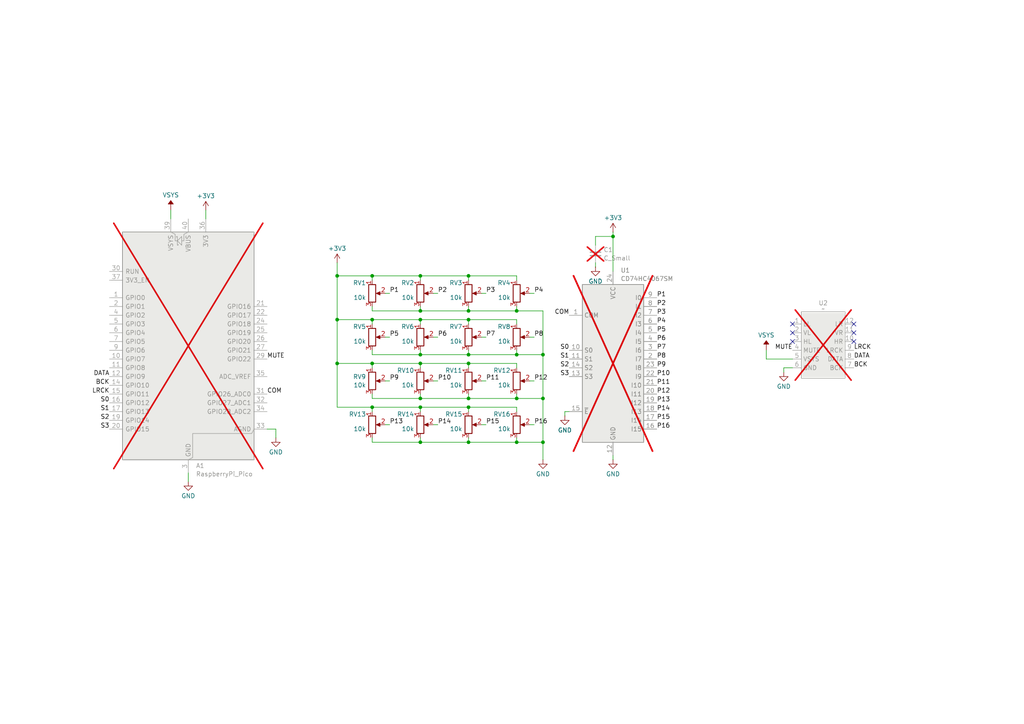
<source format=kicad_sch>
(kicad_sch (version 20231120) (generator "eeschema") (generator_version "8.0")
  (paper "A4")
  (lib_symbols
    (symbol "74xx:CD74HC4067SM"
      (property "Reference" "U" (at -8.89 22.86 0))
      (property "Value" "CD74HC4067SM" (at 1.27 22.86 0))
      (symbol "CD74HC4067SM_0_1"
        (rectangle (start -8.89 21.59) (end 8.89 -24.13) (stroke (width 0.254)) (fill (type background)))
      )
      (symbol "CD74HC4067SM_1_1"
        (pin passive line (at -12.7 12.7 0) (length 3.81) (name "COM") (number "1"))
        (pin input line (at -12.7 2.54 0) (length 3.81) (name "S0") (number "10"))
        (pin input line (at -12.7 0 0) (length 3.81) (name "S1") (number "11"))
        (pin power_in line (at 0 -27.94 90) (length 3.81) (name "GND") (number "12"))
        (pin input line (at -12.7 -5.08 0) (length 3.81) (name "S3") (number "13"))
        (pin input line (at -12.7 -2.54 0) (length 3.81) (name "S2") (number "14"))
        (pin input line (at -12.7 -15.24 0) (length 3.81) (name "~{E}") (number "15"))
        (pin passive line (at 12.7 -20.32 180) (length 3.81) (name "I15") (number "16"))
        (pin passive line (at 12.7 -17.78 180) (length 3.81) (name "I14") (number "17"))
        (pin passive line (at 12.7 -15.24 180) (length 3.81) (name "I13") (number "18"))
        (pin passive line (at 12.7 -12.7 180) (length 3.81) (name "I12") (number "19"))
        (pin passive line (at 12.7 0 180) (length 3.81) (name "I7") (number "2"))
        (pin passive line (at 12.7 -10.16 180) (length 3.81) (name "I11") (number "20"))
        (pin passive line (at 12.7 -7.62 180) (length 3.81) (name "I10") (number "21"))
        (pin passive line (at 12.7 -5.08 180) (length 3.81) (name "I9") (number "22"))
        (pin passive line (at 12.7 -2.54 180) (length 3.81) (name "I8") (number "23"))
        (pin power_in line (at 0 25.4 270) (length 3.81) (name "VCC") (number "24"))
        (pin passive line (at 12.7 2.54 180) (length 3.81) (name "I6") (number "3"))
        (pin passive line (at 12.7 5.08 180) (length 3.81) (name "I5") (number "4"))
        (pin passive line (at 12.7 7.62 180) (length 3.81) (name "I4") (number "5"))
        (pin passive line (at 12.7 10.16 180) (length 3.81) (name "I3") (number "6"))
        (pin passive line (at 12.7 12.7 180) (length 3.81) (name "I2") (number "7"))
        (pin passive line (at 12.7 15.24 180) (length 3.81) (name "I1") (number "8"))
        (pin passive line (at 12.7 17.78 180) (length 3.81) (name "I0") (number "9"))
      )
    )
    (symbol "Device:C_Small" (pin_numbers hide) (pin_names (offset 0.254) hide)
      (property "Reference" "C" (at 0.254 1.778 0))
      (property "Value" "C_Small" (at 0.254 -2.032 0))
      (symbol "C_Small_0_1"
        (polyline (pts (xy -1.524 -0.508) (xy 1.524 -0.508)) (stroke (width 0.3302)))
        (polyline (pts (xy -1.524 0.508) (xy 1.524 0.508)) (stroke (width 0.3048)))
      )
      (symbol "C_Small_1_1"
        (pin passive line (at 0 2.54 270) (length 2.032) (name "~") (number "1"))
        (pin passive line (at 0 -2.54 90) (length 2.032) (name "~") (number "2"))
      )
    )
    (symbol "Device:R_Potentiometer" (pin_names (offset 1.016) hide)
      (property "Reference" "RV" (at -4.445 0 90))
      (property "Value" "R_Potentiometer" (at -2.54 0 90))
      (symbol "R_Potentiometer_0_1"
        (polyline (pts (xy 2.54 0) (xy 1.524 0)))
        (polyline (pts (xy 1.143 0) (xy 2.286 0.508) (xy 2.286 -0.508) (xy 1.143 0)) (fill (type outline)))
        (rectangle (start 1.016 2.54) (end -1.016 -2.54) (stroke (width 0.254)))
      )
      (symbol "R_Potentiometer_1_1"
        (pin passive line (at 0 3.81 270) (length 1.27) (name "1") (number "1"))
        (pin passive line (at 3.81 0 180) (length 1.27) (name "2") (number "2"))
        (pin passive line (at 0 -3.81 90) (length 1.27) (name "3") (number "3"))
      )
    )
    (symbol "MCU_Module:RaspberryPi_Pico" (pin_names (offset 0.762))
      (property "Reference" "A" (at -19.05 35.56 0))
      (property "Value" "RaspberryPi_Pico" (at 7.62 35.56 0))
      (symbol "RaspberryPi_Pico_0_1"
        (rectangle (start -19.05 34.29) (end 19.05 -31.75) (stroke (width 0.254)) (fill (type background)))
        (polyline (pts (xy -5.08 34.29) (xy -3.81 33.655) (xy -3.81 31.75) (xy -3.175 31.75)))
        (polyline (pts (xy -3.175 31.75) (xy -1.905 33.02) (xy -1.905 30.48) (xy -3.175 31.75)))
        (polyline (pts (xy 0 34.29) (xy -1.27 33.655) (xy -1.27 31.75) (xy -1.905 31.75)))
        (polyline (pts (xy 0 -31.75) (xy 1.27 -31.115) (xy 1.27 -24.13) (xy 18.415 -24.13) (xy 19.05 -22.86)))
        (polyline (pts (xy -3.429 32.766) (xy -3.429 33.02) (xy -3.175 33.02) (xy -3.175 30.48) (xy -2.921 30.48) (xy -2.921 30.734)))
      )
      (symbol "RaspberryPi_Pico_1_1"
        (pin bidirectional line (at -22.86 15.24 0) (length 3.81) (name "GPIO0") (number "1"))
        (pin bidirectional line (at -22.86 -2.54 0) (length 3.81) (name "GPIO7") (number "10"))
        (pin bidirectional line (at -22.86 -5.08 0) (length 3.81) (name "GPIO8") (number "11"))
        (pin bidirectional line (at -22.86 -7.62 0) (length 3.81) (name "GPIO9") (number "12"))
        (pin passive line (at 0 -35.56 90) (length 3.81) hide (name "GND") (number "13"))
        (pin bidirectional line (at -22.86 -10.16 0) (length 3.81) (name "GPIO10") (number "14"))
        (pin bidirectional line (at -22.86 -12.7 0) (length 3.81) (name "GPIO11") (number "15"))
        (pin bidirectional line (at -22.86 -15.24 0) (length 3.81) (name "GPIO12") (number "16"))
        (pin bidirectional line (at -22.86 -17.78 0) (length 3.81) (name "GPIO13") (number "17"))
        (pin passive line (at 0 -35.56 90) (length 3.81) hide (name "GND") (number "18"))
        (pin bidirectional line (at -22.86 -20.32 0) (length 3.81) (name "GPIO14") (number "19"))
        (pin bidirectional line (at -22.86 12.7 0) (length 3.81) (name "GPIO1") (number "2"))
        (pin bidirectional line (at -22.86 -22.86 0) (length 3.81) (name "GPIO15") (number "20"))
        (pin bidirectional line (at 22.86 12.7 180) (length 3.81) (name "GPIO16") (number "21"))
        (pin bidirectional line (at 22.86 10.16 180) (length 3.81) (name "GPIO17") (number "22"))
        (pin passive line (at 0 -35.56 90) (length 3.81) hide (name "GND") (number "23"))
        (pin bidirectional line (at 22.86 7.62 180) (length 3.81) (name "GPIO18") (number "24"))
        (pin bidirectional line (at 22.86 5.08 180) (length 3.81) (name "GPIO19") (number "25"))
        (pin bidirectional line (at 22.86 2.54 180) (length 3.81) (name "GPIO20") (number "26"))
        (pin bidirectional line (at 22.86 0 180) (length 3.81) (name "GPIO21") (number "27"))
        (pin passive line (at 0 -35.56 90) (length 3.81) hide (name "GND") (number "28"))
        (pin bidirectional line (at 22.86 -2.54 180) (length 3.81) (name "GPIO22") (number "29"))
        (pin power_out line (at 0 -35.56 90) (length 3.81) (name "GND") (number "3"))
        (pin passive line (at -22.86 22.86 0) (length 3.81) (name "RUN") (number "30"))
        (pin bidirectional line (at 22.86 -12.7 180) (length 3.81) (name "GPIO26_ADC0") (number "31"))
        (pin bidirectional line (at 22.86 -15.24 180) (length 3.81) (name "GPIO27_ADC1") (number "32"))
        (pin power_out line (at 22.86 -22.86 180) (length 3.81) (name "AGND") (number "33"))
        (pin bidirectional line (at 22.86 -17.78 180) (length 3.81) (name "GPIO28_ADC2") (number "34"))
        (pin power_in line (at 22.86 -7.62 180) (length 3.81) (name "ADC_VREF") (number "35"))
        (pin power_out line (at 5.08 38.1 270) (length 3.81) (name "3V3") (number "36"))
        (pin passive line (at -22.86 20.32 0) (length 3.81) (name "3V3_EN") (number "37"))
        (pin passive line (at 0 -35.56 90) (length 3.81) hide (name "GND") (number "38"))
        (pin power_in line (at -5.08 38.1 270) (length 3.81) (name "VSYS") (number "39"))
        (pin bidirectional line (at -22.86 10.16 0) (length 3.81) (name "GPIO2") (number "4"))
        (pin power_out line (at 0 38.1 270) (length 3.81) (name "VBUS") (number "40"))
        (pin bidirectional line (at -22.86 7.62 0) (length 3.81) (name "GPIO3") (number "5"))
        (pin bidirectional line (at -22.86 5.08 0) (length 3.81) (name "GPIO4") (number "6"))
        (pin bidirectional line (at -22.86 2.54 0) (length 3.81) (name "GPIO5") (number "7"))
        (pin passive line (at 0 -35.56 90) (length 3.81) hide (name "GND") (number "8"))
        (pin bidirectional line (at -22.86 0 0) (length 3.81) (name "GPIO6") (number "9"))
      )
    )
    (symbol "VSYS:VSYS" (power) (in_bom no) (on_board no)
      (property "Value" "VSYS" (at 0 3.81 0))
      (symbol "VSYS_0_1"
        (polyline (pts (xy 0 2.794) (xy 0 0)))
      )
      (symbol "VSYS_1_1"
        (polyline (pts (xy 0 2.794) (xy -0.762 1.778) (xy 0.762 1.778) (xy 0 2.794)) (fill (type outline)))
        (pin power_in line (at 0 0 0) (length 2.54) hide (name "VSYS") (number "1"))
      )
    )
    (symbol "audio-out:audio-out-module"
      (property "Reference" "U" (at 0 8.382 0))
      (symbol "audio-out-module_1_1"
        (rectangle (start -6.35 9.906) (end 6.35 -9.398) (fill (type background)))
        (pin output line (at -8.89 6.35 0) (length 2.54) (name "LL") (number "1"))
        (pin output line (at 8.89 1.27 180) (length 2.54) (name "HR") (number "10"))
        (pin output line (at 8.89 3.81 180) (length 2.54) (name "VR") (number "11"))
        (pin output line (at 8.89 6.35 180) (length 2.54) (name "LR") (number "12"))
        (pin output line (at -8.89 3.81 0) (length 2.54) (name "VL") (number "2"))
        (pin output line (at -8.89 1.27 0) (length 2.54) (name "HL") (number "3"))
        (pin input line (at -8.89 -1.27 0) (length 2.54) (name "MUTE") (number "4"))
        (pin power_in line (at -8.89 -3.81 0) (length 2.54) (name "VSYS") (number "5"))
        (pin power_in line (at -8.89 -6.35 0) (length 2.54) (name "GND") (number "6"))
        (pin input line (at 8.89 -6.35 180) (length 2.54) (name "BCK") (number "7"))
        (pin input line (at 8.89 -3.81 180) (length 2.54) (name "DATA") (number "8"))
        (pin input line (at 8.89 -1.27 180) (length 2.54) (name "LRCK") (number "9"))
      )
    )
    (symbol "power:+3V3" (power) (pin_numbers hide) (pin_names (offset 0) hide)
      (property "Value" "+3V3" (at 0 3.556 0))
      (symbol "+3V3_0_1"
        (polyline (pts (xy -0.762 1.27) (xy 0 2.54)))
        (polyline (pts (xy 0 0) (xy 0 2.54)))
        (polyline (pts (xy 0 2.54) (xy 0.762 1.27)))
      )
      (symbol "+3V3_1_1"
        (pin power_in line (at 0 0 90) (length 0) (name "~") (number "1"))
      )
    )
    (symbol "power:GND" (power) (pin_numbers hide) (pin_names (offset 0) hide)
      (property "Value" "GND" (at 0 -3.81 0))
      (symbol "GND_0_1"
        (polyline (pts (xy 0 0) (xy 0 -1.27) (xy 1.27 -1.27) (xy 0 -2.54) (xy -1.27 -1.27) (xy 0 -1.27)))
      )
      (symbol "GND_1_1"
        (pin power_in line (at 0 0 270) (length 0) (name "~") (number "1"))
      )
    )
  )
  (junction (at 157.48 128.27))
  (junction (at 135.89 92.71))
  (junction (at 135.89 102.87))
  (junction (at 121.92 105.41))
  (junction (at 135.89 105.41))
  (junction (at 135.89 80.01))
  (junction (at 135.89 90.17))
  (junction (at 149.86 90.17))
  (junction (at 121.92 80.01))
  (junction (at 107.95 118.11))
  (junction (at 157.48 102.87))
  (junction (at 97.79 80.01))
  (junction (at 135.89 115.57))
  (junction (at 107.95 105.41))
  (junction (at 177.8 68.58))
  (junction (at 107.95 80.01))
  (junction (at 97.79 92.71))
  (junction (at 121.92 102.87))
  (junction (at 149.86 128.27))
  (junction (at 121.92 115.57))
  (junction (at 121.92 92.71))
  (junction (at 107.95 92.71))
  (junction (at 149.86 102.87))
  (junction (at 135.89 118.11))
  (junction (at 121.92 118.11))
  (junction (at 121.92 90.17))
  (junction (at 135.89 128.27))
  (junction (at 121.92 128.27))
  (junction (at 157.48 115.57))
  (junction (at 149.86 115.57))
  (junction (at 97.79 105.41))
  (no_connect (at 247.65 96.52))
  (no_connect (at 229.87 96.52))
  (no_connect (at 247.65 93.98))
  (no_connect (at 229.87 93.98))
  (no_connect (at 247.65 99.06))
  (no_connect (at 229.87 99.06))
  (wire (pts (xy 121.92 114.3) (xy 121.92 115.57)))
  (wire (pts (xy 149.86 114.3) (xy 149.86 115.57)))
  (wire (pts (xy 121.92 90.17) (xy 135.89 90.17)))
  (wire (pts (xy 135.89 92.71) (xy 149.86 92.71)))
  (wire (pts (xy 149.86 90.17) (xy 157.48 90.17)))
  (wire (pts (xy 135.89 80.01) (xy 135.89 81.28)))
  (wire (pts (xy 49.53 60.96) (xy 49.53 63.5)))
  (wire (pts (xy 135.89 115.57) (xy 149.86 115.57)))
  (wire (pts (xy 135.89 101.6) (xy 135.89 102.87)))
  (wire (pts (xy 135.89 127) (xy 135.89 128.27)))
  (wire (pts (xy 107.95 128.27) (xy 121.92 128.27)))
  (wire (pts (xy 139.7 123.19) (xy 140.97 123.19)))
  (wire (pts (xy 97.79 92.71) (xy 97.79 105.41)))
  (wire (pts (xy 121.92 80.01) (xy 135.89 80.01)))
  (wire (pts (xy 107.95 105.41) (xy 121.92 105.41)))
  (wire (pts (xy 111.76 110.49) (xy 113.03 110.49)))
  (wire (pts (xy 229.87 106.68) (xy 227.33 106.68)))
  (wire (pts (xy 121.92 127) (xy 121.92 128.27)))
  (wire (pts (xy 97.79 118.11) (xy 107.95 118.11)))
  (wire (pts (xy 121.92 105.41) (xy 121.92 106.68)))
  (wire (pts (xy 107.95 80.01) (xy 121.92 80.01)))
  (wire (pts (xy 107.95 92.71) (xy 107.95 93.98)))
  (wire (pts (xy 153.67 97.79) (xy 154.94 97.79)))
  (wire (pts (xy 149.86 115.57) (xy 157.48 115.57)))
  (wire (pts (xy 121.92 80.01) (xy 121.92 81.28)))
  (wire (pts (xy 135.89 88.9) (xy 135.89 90.17)))
  (wire (pts (xy 107.95 115.57) (xy 121.92 115.57)))
  (wire (pts (xy 107.95 101.6) (xy 107.95 102.87)))
  (wire (pts (xy 163.83 119.38) (xy 165.1 119.38)))
  (wire (pts (xy 135.89 105.41) (xy 135.89 106.68)))
  (wire (pts (xy 121.92 101.6) (xy 121.92 102.87)))
  (wire (pts (xy 121.92 92.71) (xy 135.89 92.71)))
  (wire (pts (xy 80.01 124.46) (xy 80.01 127)))
  (wire (pts (xy 121.92 115.57) (xy 135.89 115.57)))
  (wire (pts (xy 177.8 67.31) (xy 177.8 68.58)))
  (wire (pts (xy 149.86 128.27) (xy 157.48 128.27)))
  (wire (pts (xy 149.86 119.38) (xy 149.86 118.11)))
  (wire (pts (xy 107.95 90.17) (xy 121.92 90.17)))
  (wire (pts (xy 107.95 118.11) (xy 107.95 119.38)))
  (wire (pts (xy 121.92 92.71) (xy 121.92 93.98)))
  (wire (pts (xy 107.95 102.87) (xy 121.92 102.87)))
  (wire (pts (xy 149.86 81.28) (xy 149.86 80.01)))
  (wire (pts (xy 135.89 102.87) (xy 149.86 102.87)))
  (wire (pts (xy 177.8 68.58) (xy 172.72 68.58)))
  (wire (pts (xy 111.76 85.09) (xy 113.03 85.09)))
  (wire (pts (xy 177.8 68.58) (xy 177.8 78.74)))
  (wire (pts (xy 227.33 106.68) (xy 227.33 107.95)))
  (wire (pts (xy 97.79 80.01) (xy 97.79 92.71)))
  (wire (pts (xy 177.8 132.08) (xy 177.8 133.35)))
  (wire (pts (xy 97.79 80.01) (xy 107.95 80.01)))
  (wire (pts (xy 153.67 85.09) (xy 154.94 85.09)))
  (wire (pts (xy 121.92 118.11) (xy 121.92 119.38)))
  (wire (pts (xy 149.86 88.9) (xy 149.86 90.17)))
  (wire (pts (xy 107.95 114.3) (xy 107.95 115.57)))
  (wire (pts (xy 97.79 76.2) (xy 97.79 80.01)))
  (wire (pts (xy 157.48 128.27) (xy 157.48 133.35)))
  (wire (pts (xy 157.48 90.17) (xy 157.48 102.87)))
  (wire (pts (xy 121.92 118.11) (xy 135.89 118.11)))
  (wire (pts (xy 121.92 88.9) (xy 121.92 90.17)))
  (wire (pts (xy 125.73 97.79) (xy 127 97.79)))
  (wire (pts (xy 139.7 110.49) (xy 140.97 110.49)))
  (wire (pts (xy 153.67 110.49) (xy 154.94 110.49)))
  (wire (pts (xy 125.73 85.09) (xy 127 85.09)))
  (wire (pts (xy 149.86 102.87) (xy 157.48 102.87)))
  (wire (pts (xy 163.83 120.65) (xy 163.83 119.38)))
  (wire (pts (xy 135.89 80.01) (xy 149.86 80.01)))
  (wire (pts (xy 139.7 85.09) (xy 140.97 85.09)))
  (wire (pts (xy 172.72 68.58) (xy 172.72 71.12)))
  (wire (pts (xy 121.92 102.87) (xy 135.89 102.87)))
  (wire (pts (xy 107.95 92.71) (xy 121.92 92.71)))
  (wire (pts (xy 111.76 123.19) (xy 113.03 123.19)))
  (wire (pts (xy 97.79 105.41) (xy 97.79 118.11)))
  (wire (pts (xy 149.86 127) (xy 149.86 128.27)))
  (wire (pts (xy 135.89 118.11) (xy 135.89 119.38)))
  (wire (pts (xy 125.73 123.19) (xy 127 123.19)))
  (wire (pts (xy 229.87 104.14) (xy 222.25 104.14)))
  (wire (pts (xy 135.89 92.71) (xy 135.89 93.98)))
  (wire (pts (xy 107.95 127) (xy 107.95 128.27)))
  (wire (pts (xy 125.73 110.49) (xy 127 110.49)))
  (wire (pts (xy 111.76 97.79) (xy 113.03 97.79)))
  (wire (pts (xy 153.67 123.19) (xy 154.94 123.19)))
  (wire (pts (xy 135.89 114.3) (xy 135.89 115.57)))
  (wire (pts (xy 107.95 118.11) (xy 121.92 118.11)))
  (wire (pts (xy 172.72 77.47) (xy 172.72 76.2)))
  (wire (pts (xy 149.86 106.68) (xy 149.86 105.41)))
  (wire (pts (xy 97.79 92.71) (xy 107.95 92.71)))
  (wire (pts (xy 121.92 128.27) (xy 135.89 128.27)))
  (wire (pts (xy 77.47 124.46) (xy 80.01 124.46)))
  (wire (pts (xy 222.25 104.14) (xy 222.25 101.6)))
  (wire (pts (xy 135.89 118.11) (xy 149.86 118.11)))
  (wire (pts (xy 54.61 137.16) (xy 54.61 139.7)))
  (wire (pts (xy 107.95 88.9) (xy 107.95 90.17)))
  (wire (pts (xy 135.89 128.27) (xy 149.86 128.27)))
  (wire (pts (xy 157.48 102.87) (xy 157.48 115.57)))
  (wire (pts (xy 107.95 80.01) (xy 107.95 81.28)))
  (wire (pts (xy 135.89 90.17) (xy 149.86 90.17)))
  (wire (pts (xy 139.7 97.79) (xy 140.97 97.79)))
  (wire (pts (xy 59.69 60.96) (xy 59.69 63.5)))
  (wire (pts (xy 107.95 105.41) (xy 107.95 106.68)))
  (wire (pts (xy 121.92 105.41) (xy 135.89 105.41)))
  (wire (pts (xy 149.86 101.6) (xy 149.86 102.87)))
  (wire (pts (xy 97.79 105.41) (xy 107.95 105.41)))
  (wire (pts (xy 157.48 115.57) (xy 157.48 128.27)))
  (wire (pts (xy 135.89 105.41) (xy 149.86 105.41)))
  (wire (pts (xy 149.86 93.98) (xy 149.86 92.71)))
  (label "P14" (at 127 123.19 0))
  (label "COM" (at 77.47 114.3 0))
  (label "P11" (at 140.97 110.49 0))
  (label "S0" (at 31.75 116.84 180))
  (label "P9" (at 190.5 106.68 0))
  (label "P15" (at 190.5 121.92 0))
  (label "S3" (at 31.75 124.46 180))
  (label "P16" (at 154.94 123.19 0))
  (label "S1" (at 165.1 104.14 180))
  (label "P12" (at 154.94 110.49 0))
  (label "P7" (at 190.5 101.6 0))
  (label "P6" (at 127 97.79 0))
  (label "P1" (at 113.03 85.09 0))
  (label "S0" (at 165.1 101.6 180))
  (label "S2" (at 31.75 121.92 180))
  (label "DATA" (at 31.75 109.22 180))
  (label "S1" (at 31.75 119.38 180))
  (label "COM" (at 165.1 91.44 180))
  (label "P9" (at 113.03 110.49 0))
  (label "P10" (at 190.5 109.22 0))
  (label "LRCK" (at 247.65 101.6 0))
  (label "S2" (at 165.1 106.68 180))
  (label "P2" (at 190.5 88.9 0))
  (label "P5" (at 113.03 97.79 0))
  (label "P3" (at 190.5 91.44 0))
  (label "P15" (at 140.97 123.19 0))
  (label "P2" (at 127 85.09 0))
  (label "BCK" (at 31.75 111.76 180))
  (label "P3" (at 140.97 85.09 0))
  (label "DATA" (at 247.65 104.14 0))
  (label "LRCK" (at 31.75 114.3 180))
  (label "MUTE" (at 229.87 101.6 180))
  (label "P4" (at 190.5 93.98 0))
  (label "P5" (at 190.5 96.52 0))
  (label "P14" (at 190.5 119.38 0))
  (label "P10" (at 127 110.49 0))
  (label "P16" (at 190.5 124.46 0))
  (label "P13" (at 113.03 123.19 0))
  (label "P7" (at 140.97 97.79 0))
  (label "BCK" (at 247.65 106.68 0))
  (label "S3" (at 165.1 109.22 180))
  (label "P6" (at 190.5 99.06 0))
  (label "P8" (at 190.5 104.14 0))
  (label "P4" (at 154.94 85.09 0))
  (label "P12" (at 190.5 114.3 0))
  (label "MUTE" (at 77.47 104.14 0))
  (label "P8" (at 154.94 97.79 0))
  (label "P13" (at 190.5 116.84 0))
  (label "P1" (at 190.5 86.36 0))
  (label "P11" (at 190.5 111.76 0))
  (symbol (lib_id "Device:R_Potentiometer") (at 121.92 85.09 0) (unit 1)
    (property "Reference" "RV2" (at 120.142 82.042 0) (effects (justify right)))
    (property "Value" "10k" (at 120.142 86.3021 0) (effects (justify right)))
    (property "Footprint" "potentiometer:potentiometer" (effects (hide yes)))
    (property "Description" "Potentiometer" (effects (hide yes)))
    (property "LCSC" "C209779" (effects (hide yes)))
  )
  (symbol (lib_id "VSYS:VSYS") (at 49.53 60.96 0) (unit 1) (in_bom no) (on_board no)
    (property "Reference" "#PWR08" (effects (hide yes)))
    (property "Value" "VSYS" (at 49.53 56.5729 0))
  )
  (symbol (lib_id "power:GND") (at 163.83 120.65 0) (unit 1)
    (property "Reference" "#PWR04" (effects (hide yes)))
    (property "Value" "GND" (at 163.83 124.7831 0))
    (property "Description" "Power symbol creates a global label with name \"GND\" , ground" (effects (hide yes)))
  )
  (symbol (lib_id "Device:R_Potentiometer") (at 149.86 97.79 0) (unit 1)
    (property "Reference" "RV8" (at 148.082 94.742 0) (effects (justify right)))
    (property "Value" "10k" (at 148.082 99.0021 0) (effects (justify right)))
    (property "Footprint" "potentiometer:potentiometer" (effects (hide yes)))
    (property "Description" "Potentiometer" (effects (hide yes)))
    (property "LCSC" "C209779" (effects (hide yes)))
  )
  (symbol (lib_id "Device:C_Small") (at 172.72 73.66 0) (unit 1) (dnp yes)
    (property "Reference" "C1" (at 175.0441 72.4541 0) (effects (justify left)))
    (property "Value" "C_Small" (at 175.0441 74.8784 0) (effects (justify left)))
    (property "Footprint" "Capacitor_SMD:C_0805_2012Metric" (effects (hide yes)))
    (property "Description" "Unpolarized capacitor, small symbol" (effects (hide yes)))
  )
  (symbol (lib_id "Device:R_Potentiometer") (at 107.95 85.09 0) (unit 1)
    (property "Reference" "RV1" (at 106.172 82.042 0) (effects (justify right)))
    (property "Value" "10k" (at 106.172 86.3021 0) (effects (justify right)))
    (property "Footprint" "potentiometer:potentiometer" (effects (hide yes)))
    (property "Description" "Potentiometer" (effects (hide yes)))
    (property "LCSC" "C209779" (effects (hide yes)))
  )
  (symbol (lib_id "power:GND") (at 80.01 127 0) (unit 1)
    (property "Reference" "#PWR011" (effects (hide yes)))
    (property "Value" "GND" (at 80.01 131.1331 0))
    (property "Description" "Power symbol creates a global label with name \"GND\" , ground" (effects (hide yes)))
  )
  (symbol (lib_id "Device:R_Potentiometer") (at 121.92 123.19 0) (unit 1)
    (property "Reference" "RV14" (at 120.142 120.142 0) (effects (justify right)))
    (property "Value" "10k" (at 120.142 124.4021 0) (effects (justify right)))
    (property "Footprint" "potentiometer:potentiometer" (effects (hide yes)))
    (property "Description" "Potentiometer" (effects (hide yes)))
    (property "LCSC" "C209779" (effects (hide yes)))
  )
  (symbol (lib_id "Device:R_Potentiometer") (at 135.89 123.19 0) (unit 1)
    (property "Reference" "RV15" (at 134.112 120.142 0) (effects (justify right)))
    (property "Value" "10k" (at 134.112 124.4021 0) (effects (justify right)))
    (property "Footprint" "potentiometer:potentiometer" (effects (hide yes)))
    (property "Description" "Potentiometer" (effects (hide yes)))
    (property "LCSC" "C209779" (effects (hide yes)))
  )
  (symbol (lib_id "Device:R_Potentiometer") (at 107.95 97.79 0) (unit 1)
    (property "Reference" "RV5" (at 106.172 94.742 0) (effects (justify right)))
    (property "Value" "10k" (at 106.172 99.0021 0) (effects (justify right)))
    (property "Footprint" "potentiometer:potentiometer" (effects (hide yes)))
    (property "Description" "Potentiometer" (effects (hide yes)))
    (property "LCSC" "C209779" (effects (hide yes)))
  )
  (symbol (lib_id "power:+3V3") (at 97.79 76.2 0) (unit 1)
    (property "Reference" "#PWR02" (effects (hide yes)))
    (property "Value" "+3V3" (at 97.79 72.0669 0))
    (property "Description" "Power symbol creates a global label with name \"+3V3\"" (effects (hide yes)))
  )
  (symbol (lib_id "Device:R_Potentiometer") (at 149.86 110.49 0) (unit 1)
    (property "Reference" "RV12" (at 148.082 107.442 0) (effects (justify right)))
    (property "Value" "10k" (at 148.082 111.7021 0) (effects (justify right)))
    (property "Footprint" "potentiometer:potentiometer" (effects (hide yes)))
    (property "Description" "Potentiometer" (effects (hide yes)))
    (property "LCSC" "C209779" (effects (hide yes)))
  )
  (symbol (lib_id "Device:R_Potentiometer") (at 135.89 85.09 0) (unit 1)
    (property "Reference" "RV3" (at 134.112 82.042 0) (effects (justify right)))
    (property "Value" "10k" (at 134.112 86.3021 0) (effects (justify right)))
    (property "Footprint" "potentiometer:potentiometer" (effects (hide yes)))
    (property "Description" "Potentiometer" (effects (hide yes)))
    (property "LCSC" "C209779" (effects (hide yes)))
  )
  (symbol (lib_id "Device:R_Potentiometer") (at 121.92 110.49 0) (unit 1)
    (property "Reference" "RV10" (at 120.142 107.442 0) (effects (justify right)))
    (property "Value" "10k" (at 120.142 111.7021 0) (effects (justify right)))
    (property "Footprint" "potentiometer:potentiometer" (effects (hide yes)))
    (property "Description" "Potentiometer" (effects (hide yes)))
    (property "LCSC" "C209779" (effects (hide yes)))
  )
  (symbol (lib_id "Device:R_Potentiometer") (at 121.92 97.79 0) (unit 1)
    (property "Reference" "RV6" (at 120.142 94.742 0) (effects (justify right)))
    (property "Value" "10k" (at 120.142 99.0021 0) (effects (justify right)))
    (property "Footprint" "potentiometer:potentiometer" (effects (hide yes)))
    (property "Description" "Potentiometer" (effects (hide yes)))
    (property "LCSC" "C209779" (effects (hide yes)))
  )
  (symbol (lib_id "MCU_Module:RaspberryPi_Pico") (at 54.61 101.6 0) (unit 1) (dnp yes)
    (property "Reference" "A1" (at 56.8041 135.0701 0) (effects (justify left)))
    (property "Value" "RaspberryPi_Pico" (at 56.8041 137.4944 0) (effects (justify left)))
    (property "Footprint" "Module:RaspberryPi_Pico_SMD" (effects (hide yes)))
    (property "Datasheet" "https://datasheets.raspberrypi.com/pico/pico-datasheet.pdf" (effects (hide yes)))
    (property "Description" "Versatile and inexpensive microcontroller module powered by RP2040 dual-core Arm Cortex-M0+ processor up to 133 MHz, 264kB SRAM, 2MB QSPI flash; also supports Raspberry Pi Pico 2" (effects (hide yes)))
  )
  (symbol (lib_id "power:GND") (at 172.72 77.47 0) (unit 1)
    (property "Reference" "#PWR06" (effects (hide yes)))
    (property "Value" "GND" (at 172.72 81.6031 0))
    (property "Description" "Power symbol creates a global label with name \"GND\" , ground" (effects (hide yes)))
  )
  (symbol (lib_id "Device:R_Potentiometer") (at 149.86 123.19 0) (unit 1)
    (property "Reference" "RV16" (at 148.082 120.142 0) (effects (justify right)))
    (property "Value" "10k" (at 148.082 124.4021 0) (effects (justify right)))
    (property "Footprint" "potentiometer:potentiometer" (effects (hide yes)))
    (property "Description" "Potentiometer" (effects (hide yes)))
    (property "LCSC" "C209779" (effects (hide yes)))
  )
  (symbol (lib_id "Device:R_Potentiometer") (at 135.89 97.79 0) (unit 1)
    (property "Reference" "RV7" (at 134.112 94.742 0) (effects (justify right)))
    (property "Value" "10k" (at 134.112 99.0021 0) (effects (justify right)))
    (property "Footprint" "potentiometer:potentiometer" (effects (hide yes)))
    (property "Description" "Potentiometer" (effects (hide yes)))
    (property "LCSC" "C209779" (effects (hide yes)))
  )
  (symbol (lib_id "power:GND") (at 177.8 133.35 0) (unit 1)
    (property "Reference" "#PWR03" (effects (hide yes)))
    (property "Value" "GND" (at 177.8 137.4831 0))
    (property "Description" "Power symbol creates a global label with name \"GND\" , ground" (effects (hide yes)))
  )
  (symbol (lib_id "power:+3V3") (at 177.8 67.31 0) (unit 1)
    (property "Reference" "#PWR05" (effects (hide yes)))
    (property "Value" "+3V3" (at 177.8 63.1769 0))
    (property "Description" "Power symbol creates a global label with name \"+3V3\"" (effects (hide yes)))
  )
  (symbol (lib_id "audio-out:audio-out-module") (at 238.76 100.33 0) (unit 1) (dnp yes)
    (property "Reference" "U2" (at 238.76 87.8925 0))
    (property "Value" "~" (at 238.76 89.5739 0))
    (property "Footprint" "audio-out-footprint:audio-out-module" (effects (hide yes)))
  )
  (symbol (lib_id "Device:R_Potentiometer") (at 135.89 110.49 0) (unit 1)
    (property "Reference" "RV11" (at 134.112 107.442 0) (effects (justify right)))
    (property "Value" "10k" (at 134.112 111.7021 0) (effects (justify right)))
    (property "Footprint" "potentiometer:potentiometer" (effects (hide yes)))
    (property "Description" "Potentiometer" (effects (hide yes)))
    (property "LCSC" "C209779" (effects (hide yes)))
  )
  (symbol (lib_id "Device:R_Potentiometer") (at 107.95 110.49 0) (unit 1)
    (property "Reference" "RV9" (at 106.172 109.2778 0) (effects (justify right)))
    (property "Value" "10k" (at 106.172 111.7021 0) (effects (justify right)))
    (property "Footprint" "potentiometer:potentiometer" (effects (hide yes)))
    (property "Description" "Potentiometer" (effects (hide yes)))
    (property "LCSC" "C209779" (effects (hide yes)))
  )
  (symbol (lib_id "Device:R_Potentiometer") (at 107.95 123.19 0) (unit 1)
    (property "Reference" "RV13" (at 106.172 120.142 0) (effects (justify right)))
    (property "Value" "10k" (at 106.172 124.4021 0) (effects (justify right)))
    (property "Footprint" "potentiometer:potentiometer" (effects (hide yes)))
    (property "Description" "Potentiometer" (effects (hide yes)))
    (property "LCSC" "C209779" (effects (hide yes)))
  )
  (symbol (lib_id "power:GND") (at 157.48 133.35 0) (unit 1)
    (property "Reference" "#PWR01" (effects (hide yes)))
    (property "Value" "GND" (at 157.48 137.4831 0))
    (property "Description" "Power symbol creates a global label with name \"GND\" , ground" (effects (hide yes)))
  )
  (symbol (lib_id "power:+3V3") (at 59.69 60.96 0) (unit 1)
    (property "Reference" "#PWR012" (effects (hide yes)))
    (property "Value" "+3V3" (at 59.69 56.8269 0))
    (property "Description" "Power symbol creates a global label with name \"+3V3\"" (effects (hide yes)))
  )
  (symbol (lib_id "VSYS:VSYS") (at 222.25 101.6 0) (unit 1) (in_bom no) (on_board no)
    (property "Reference" "#PWR09" (effects (hide yes)))
    (property "Value" "VSYS" (at 222.25 97.2129 0))
  )
  (symbol (lib_id "power:GND") (at 227.33 107.95 0) (unit 1)
    (property "Reference" "#PWR07" (effects (hide yes)))
    (property "Value" "GND" (at 227.33 112.0831 0))
    (property "Description" "Power symbol creates a global label with name \"GND\" , ground" (effects (hide yes)))
  )
  (symbol (lib_id "Device:R_Potentiometer") (at 149.86 85.09 0) (unit 1)
    (property "Reference" "RV4" (at 148.082 82.042 0) (effects (justify right)))
    (property "Value" "10k" (at 148.082 86.3021 0) (effects (justify right)))
    (property "Footprint" "potentiometer:potentiometer" (effects (hide yes)))
    (property "Description" "Potentiometer" (effects (hide yes)))
    (property "LCSC" "C209779" (effects (hide yes)))
  )
  (symbol (lib_id "74xx:CD74HC4067SM") (at 177.8 104.14 0) (unit 1) (dnp yes)
    (property "Reference" "U1" (at 179.9941 78.4055 0) (effects (justify left)))
    (property "Value" "CD74HC4067SM" (at 179.9941 80.8298 0) (effects (justify left)))
    (property "Footprint" "Package_SO:SSOP-24_5.3x8.2mm_P0.65mm" (effects (hide yes)))
    (property "Datasheet" "http://www.ti.com/lit/ds/symlink/cd74hc4067.pdf" (effects (hide yes)))
    (property "Description" "High-Speed CMOS Logic 16-Channel Analog Multiplexer/Demultiplexer, SSOP-24" (effects (hide yes)))
  )
  (symbol (lib_id "power:GND") (at 54.61 139.7 0) (unit 1)
    (property "Reference" "#PWR010" (effects (hide yes)))
    (property "Value" "GND" (at 54.61 143.8331 0))
    (property "Description" "Power symbol creates a global label with name \"GND\" , ground" (effects (hide yes)))
  )
)
</source>
